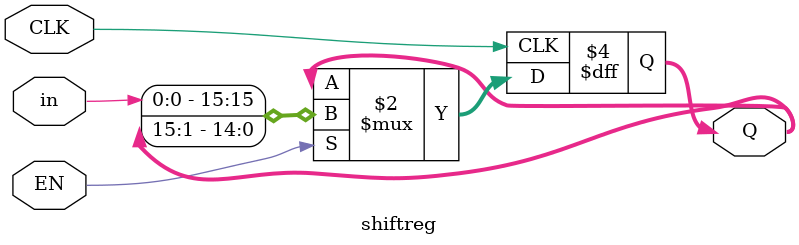
<source format=v>
module shiftreg(EN, in, CLK, Q);
	parameter n = 16;
	input EN;
	input in;
	input CLK;
	output [n-1:0] Q;
	reg [n-1:0] Q;

	// could use a for loop...
	always @(posedge CLK)
	begin
		if (EN) 
			Q[n-1:0] <= {in, Q[n-1:1]};
	end
endmodule

</source>
